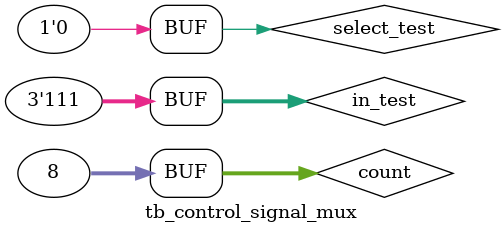
<source format=v>
module tb_control_signal_mux();
reg select_test;
reg [2:0] in_test;
wire [2:0] out_test;

integer count;

control_signal_mux port_map(
.select(select_test),
.in(in_test),
.out(out_test)
);

initial begin 
select_test = 0;
in_test = 3'b0;
end

always begin 
for(count = 0; count < 8; count = count + 1) begin
in_test = count;
#5;
select_test = 1;
#5;
select_test = 0;
end
end

endmodule
</source>
